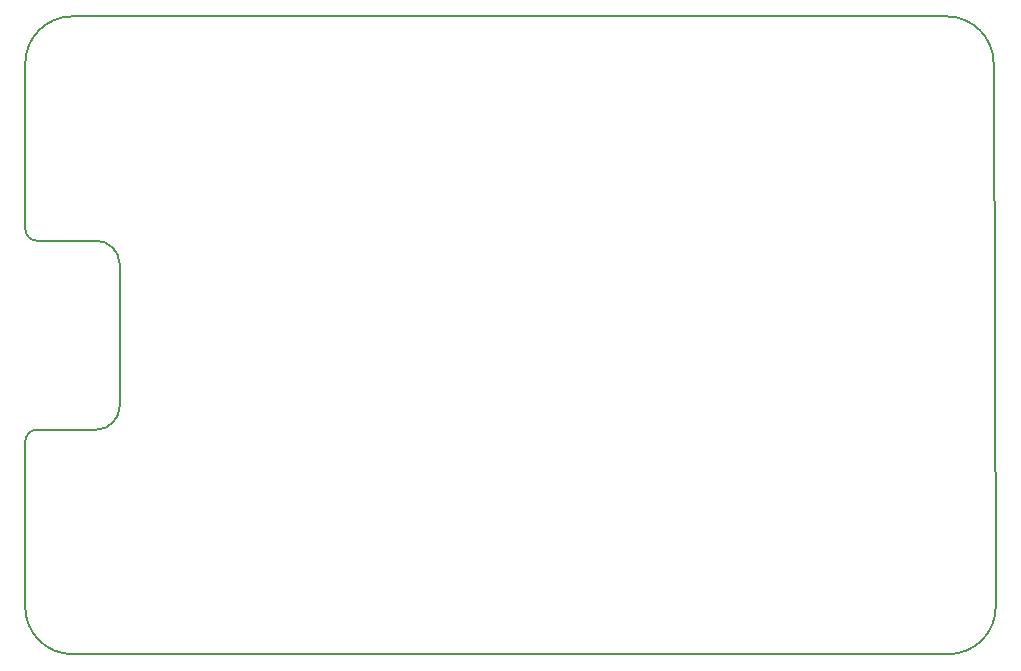
<source format=gm1>
G04 #@! TF.GenerationSoftware,KiCad,Pcbnew,(7.0.0)*
G04 #@! TF.CreationDate,2023-02-19T17:41:55+09:00*
G04 #@! TF.ProjectId,RPiPico_SimpleBoard,52506950-6963-46f5-9f53-696d706c6542,rev?*
G04 #@! TF.SameCoordinates,PX1496ff0PY1496ff0*
G04 #@! TF.FileFunction,Profile,NP*
%FSLAX46Y46*%
G04 Gerber Fmt 4.6, Leading zero omitted, Abs format (unit mm)*
G04 Created by KiCad (PCBNEW (7.0.0)) date 2023-02-19 17:41:55*
%MOMM*%
%LPD*%
G01*
G04 APERTURE LIST*
G04 #@! TA.AperFunction,Profile*
%ADD10C,0.150000*%
G04 #@! TD*
G04 APERTURE END LIST*
D10*
X-34000000Y23000000D02*
X-34000000Y9000000D01*
X-34000000Y-9000000D02*
X-34000000Y-23000000D01*
X-28000000Y-8000000D02*
X-33000000Y-8000000D01*
X-28000000Y-8000000D02*
G75*
G03*
X-26000000Y-6000000I1J1999999D01*
G01*
X48171573Y-23000000D02*
X48000000Y23000000D01*
X-30000000Y27000000D02*
G75*
G03*
X-34000000Y23000000I0J-4000000D01*
G01*
X-33000000Y-8000000D02*
G75*
G03*
X-34000000Y-9000000I-1J-999999D01*
G01*
X48000000Y23000000D02*
G75*
G03*
X44000000Y27000000I-4000000J0D01*
G01*
X-28000000Y8000000D02*
X-33000000Y8000000D01*
X-26000000Y0D02*
X-26000000Y-6000000D01*
X44171573Y-26999973D02*
G75*
G03*
X48171573Y-23000000I27J3999973D01*
G01*
X-26000000Y0D02*
X-26000000Y6000000D01*
X-34000000Y9000000D02*
G75*
G03*
X-33000000Y8000000I999999J-1D01*
G01*
X-26000000Y6000000D02*
G75*
G03*
X-28000000Y8000000I-1999999J1D01*
G01*
X-34000000Y-23000000D02*
G75*
G03*
X-30000000Y-27000000I4000000J0D01*
G01*
X-30000000Y-27000000D02*
X44171573Y-27000000D01*
X44000000Y27000000D02*
X-30000000Y27000000D01*
M02*

</source>
